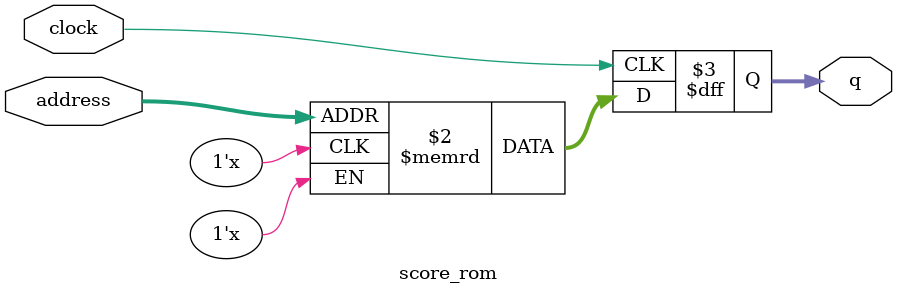
<source format=sv>
module score_rom (
	input logic clock,
	input logic [13:0] address,
	output logic [3:0] q
);

logic [3:0] memory [0:9599] /* synthesis ram_init_file = "./score/score.mif" */;

always_ff @ (posedge clock) begin
	q <= memory[address];
end

endmodule

</source>
